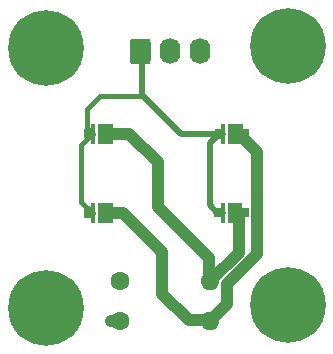
<source format=gbl>
%TF.GenerationSoftware,KiCad,Pcbnew,(5.1.9)-1*%
%TF.CreationDate,2021-09-01T20:21:50+01:00*%
%TF.ProjectId,TSAL LED breakout,5453414c-204c-4454-9420-627265616b6f,rev?*%
%TF.SameCoordinates,Original*%
%TF.FileFunction,Copper,L2,Bot*%
%TF.FilePolarity,Positive*%
%FSLAX46Y46*%
G04 Gerber Fmt 4.6, Leading zero omitted, Abs format (unit mm)*
G04 Created by KiCad (PCBNEW (5.1.9)-1) date 2021-09-01 20:21:50*
%MOMM*%
%LPD*%
G01*
G04 APERTURE LIST*
%TA.AperFunction,ComponentPad*%
%ADD10O,1.600000X1.600000*%
%TD*%
%TA.AperFunction,ComponentPad*%
%ADD11C,1.600000*%
%TD*%
%TA.AperFunction,SMDPad,CuDef*%
%ADD12C,0.100000*%
%TD*%
%TA.AperFunction,ComponentPad*%
%ADD13O,1.740000X2.190000*%
%TD*%
%TA.AperFunction,ComponentPad*%
%ADD14C,0.800000*%
%TD*%
%TA.AperFunction,ComponentPad*%
%ADD15C,6.400000*%
%TD*%
%TA.AperFunction,Conductor*%
%ADD16C,1.000000*%
%TD*%
%TA.AperFunction,Conductor*%
%ADD17C,0.250000*%
%TD*%
%TA.AperFunction,Conductor*%
%ADD18C,0.500000*%
%TD*%
%TA.AperFunction,Conductor*%
%ADD19C,0.400000*%
%TD*%
G04 APERTURE END LIST*
D10*
%TO.P,R2,2*%
%TO.N,Net-(D5-Pad1)*%
X133120000Y-65400000D03*
D11*
%TO.P,R2,1*%
%TO.N,Path_Green*%
X125500000Y-65400000D03*
%TD*%
%TA.AperFunction,SMDPad,CuDef*%
D12*
%TO.P,D7,2*%
%TO.N,+3V3*%
G36*
X123095000Y-53800000D02*
G01*
X123095000Y-53350000D01*
X122525000Y-53350000D01*
X122525000Y-52550000D01*
X123095000Y-52550000D01*
X123095000Y-52100000D01*
X123425000Y-52100000D01*
X123425000Y-53800000D01*
X123095000Y-53800000D01*
G37*
%TD.AperFunction*%
%TA.AperFunction,SMDPad,CuDef*%
%TO.P,D7,1*%
%TO.N,Net-(D5-Pad1)*%
G36*
X124905000Y-53350000D02*
G01*
X124905000Y-53800000D01*
X123675000Y-53800000D01*
X123675000Y-52100000D01*
X124905000Y-52100000D01*
X124905000Y-52550000D01*
X125475000Y-52550000D01*
X125475000Y-53350000D01*
X124905000Y-53350000D01*
G37*
%TD.AperFunction*%
%TD*%
%TA.AperFunction,SMDPad,CuDef*%
%TO.P,D8,2*%
%TO.N,+3V3*%
G36*
X134095200Y-60488800D02*
G01*
X134095200Y-60038800D01*
X133525200Y-60038800D01*
X133525200Y-59238800D01*
X134095200Y-59238800D01*
X134095200Y-58788800D01*
X134425200Y-58788800D01*
X134425200Y-60488800D01*
X134095200Y-60488800D01*
G37*
%TD.AperFunction*%
%TA.AperFunction,SMDPad,CuDef*%
%TO.P,D8,1*%
%TO.N,Net-(D5-Pad1)*%
G36*
X135905200Y-60038800D02*
G01*
X135905200Y-60488800D01*
X134675200Y-60488800D01*
X134675200Y-58788800D01*
X135905200Y-58788800D01*
X135905200Y-59238800D01*
X136475200Y-59238800D01*
X136475200Y-60038800D01*
X135905200Y-60038800D01*
G37*
%TD.AperFunction*%
%TD*%
%TA.AperFunction,SMDPad,CuDef*%
%TO.P,D4,2*%
%TO.N,+3V3*%
G36*
X134120600Y-53834000D02*
G01*
X134120600Y-53384000D01*
X133550600Y-53384000D01*
X133550600Y-52584000D01*
X134120600Y-52584000D01*
X134120600Y-52134000D01*
X134450600Y-52134000D01*
X134450600Y-53834000D01*
X134120600Y-53834000D01*
G37*
%TD.AperFunction*%
%TA.AperFunction,SMDPad,CuDef*%
%TO.P,D4,1*%
%TO.N,Net-(D1-Pad1)*%
G36*
X135930600Y-53384000D02*
G01*
X135930600Y-53834000D01*
X134700600Y-53834000D01*
X134700600Y-52134000D01*
X135930600Y-52134000D01*
X135930600Y-52584000D01*
X136500600Y-52584000D01*
X136500600Y-53384000D01*
X135930600Y-53384000D01*
G37*
%TD.AperFunction*%
%TD*%
%TA.AperFunction,SMDPad,CuDef*%
%TO.P,D3,2*%
%TO.N,+3V3*%
G36*
X123097000Y-60514200D02*
G01*
X123097000Y-60064200D01*
X122527000Y-60064200D01*
X122527000Y-59264200D01*
X123097000Y-59264200D01*
X123097000Y-58814200D01*
X123427000Y-58814200D01*
X123427000Y-60514200D01*
X123097000Y-60514200D01*
G37*
%TD.AperFunction*%
%TA.AperFunction,SMDPad,CuDef*%
%TO.P,D3,1*%
%TO.N,Net-(D1-Pad1)*%
G36*
X124907000Y-60064200D02*
G01*
X124907000Y-60514200D01*
X123677000Y-60514200D01*
X123677000Y-58814200D01*
X124907000Y-58814200D01*
X124907000Y-59264200D01*
X125477000Y-59264200D01*
X125477000Y-60064200D01*
X124907000Y-60064200D01*
G37*
%TD.AperFunction*%
%TD*%
D13*
%TO.P,J1,3*%
%TO.N,Path_Green*%
X132330000Y-46000000D03*
%TO.P,J1,2*%
%TO.N,Path_Red*%
X129790000Y-46000000D03*
%TO.P,J1,1*%
%TO.N,+3V3*%
%TA.AperFunction,ComponentPad*%
G36*
G01*
X126380000Y-46845001D02*
X126380000Y-45154999D01*
G75*
G02*
X126629999Y-44905000I249999J0D01*
G01*
X127870001Y-44905000D01*
G75*
G02*
X128120000Y-45154999I0J-249999D01*
G01*
X128120000Y-46845001D01*
G75*
G02*
X127870001Y-47095000I-249999J0D01*
G01*
X126629999Y-47095000D01*
G75*
G02*
X126380000Y-46845001I0J249999D01*
G01*
G37*
%TD.AperFunction*%
%TD*%
D14*
%TO.P,H2,1*%
%TO.N,Net-(H2-Pad1)*%
X141447056Y-65802944D03*
X139750000Y-65100000D03*
X138052944Y-65802944D03*
X137350000Y-67500000D03*
X138052944Y-69197056D03*
X139750000Y-69900000D03*
X141447056Y-69197056D03*
X142150000Y-67500000D03*
D15*
X139750000Y-67500000D03*
%TD*%
%TO.P,H1,1*%
%TO.N,Net-(H1-Pad1)*%
X139750000Y-45500000D03*
D14*
X142150000Y-45500000D03*
X141447056Y-47197056D03*
X139750000Y-47900000D03*
X138052944Y-47197056D03*
X137350000Y-45500000D03*
X138052944Y-43802944D03*
X139750000Y-43100000D03*
X141447056Y-43802944D03*
%TD*%
D15*
%TO.P,H3,1*%
%TO.N,Net-(H3-Pad1)*%
X119250000Y-67697000D03*
D14*
X121650000Y-67697000D03*
X120947056Y-69394056D03*
X119250000Y-70097000D03*
X117552944Y-69394056D03*
X116850000Y-67697000D03*
X117552944Y-65999944D03*
X119250000Y-65297000D03*
X120947056Y-65999944D03*
%TD*%
%TO.P,H4,1*%
%TO.N,Net-(H4-Pad1)*%
X120947056Y-44000000D03*
X119250000Y-43297056D03*
X117552944Y-44000000D03*
X116850000Y-45697056D03*
X117552944Y-47394112D03*
X119250000Y-48097056D03*
X120947056Y-47394112D03*
X121650000Y-45697056D03*
D15*
X119250000Y-45697056D03*
%TD*%
D11*
%TO.P,R1,1*%
%TO.N,Path_Red*%
X125500000Y-68800000D03*
D10*
%TO.P,R1,2*%
%TO.N,Net-(D1-Pad1)*%
X133120000Y-68800000D03*
%TD*%
D16*
%TO.N,Net-(D1-Pad1)*%
X135600600Y-52984000D02*
X137109200Y-54492600D01*
X124577000Y-59664200D02*
X125780400Y-59664200D01*
X125780400Y-59664200D02*
X129133600Y-63017400D01*
X129133600Y-63017400D02*
X129133600Y-66497200D01*
X129133600Y-66497200D02*
X131394200Y-68757800D01*
X131394200Y-68757800D02*
X133096000Y-68757800D01*
X137175210Y-58948844D02*
X137175210Y-63124460D01*
X137109200Y-58882834D02*
X137175210Y-58948844D01*
X137109200Y-54492600D02*
X137109200Y-58882834D01*
X134620001Y-65679669D02*
X134620001Y-67386199D01*
X137175210Y-63124460D02*
X134620001Y-65679669D01*
X134620001Y-67386199D02*
X133146800Y-68859400D01*
D17*
%TO.N,+3V3*%
X123225000Y-52950000D02*
X122952400Y-52950000D01*
X122952400Y-52950000D02*
X123012200Y-52890200D01*
D18*
X134225200Y-59638800D02*
X133781400Y-59638800D01*
X133781400Y-59638800D02*
X133146800Y-59004200D01*
X133146800Y-59004200D02*
X133146800Y-53721000D01*
X133146800Y-53721000D02*
X133883400Y-52984400D01*
X134250600Y-52984000D02*
X130708000Y-52984000D01*
X130708000Y-52984000D02*
X127431800Y-49707800D01*
X127431800Y-46278800D02*
X127177800Y-46024800D01*
X127431800Y-49631600D02*
X127431800Y-46278800D01*
X127431800Y-49707800D02*
X127431800Y-49631600D01*
D19*
X123225000Y-52950000D02*
X122732800Y-52457800D01*
X122732800Y-52457800D02*
X122732800Y-50876200D01*
X122732800Y-50876200D02*
X123875800Y-49733200D01*
X127406400Y-49733200D02*
X127431800Y-49707800D01*
X123875800Y-49733200D02*
X127406400Y-49733200D01*
X123227000Y-59664200D02*
X122275600Y-58712800D01*
X122275600Y-58712800D02*
X122275600Y-53898800D01*
X122275600Y-53898800D02*
X123063000Y-53111400D01*
X123063000Y-53111400D02*
X123063000Y-53009800D01*
D18*
%TO.N,Net-(D5-Pad1)*%
X133070600Y-65532000D02*
X133172200Y-65430400D01*
X133172200Y-65430400D02*
X133172200Y-65379600D01*
D16*
X133070600Y-63474600D02*
X133070600Y-65252600D01*
X124575000Y-52950000D02*
X126279800Y-52950000D01*
X126279800Y-52950000D02*
X128727200Y-55397400D01*
X128727200Y-59131200D02*
X133070600Y-63474600D01*
X128727200Y-55397400D02*
X128727200Y-59131200D01*
X135575200Y-59638800D02*
X135575200Y-63027400D01*
X135575200Y-63027400D02*
X133223000Y-65379600D01*
%TO.N,Path_Red*%
X125500000Y-68800000D02*
X124756200Y-68800000D01*
%TD*%
M02*

</source>
